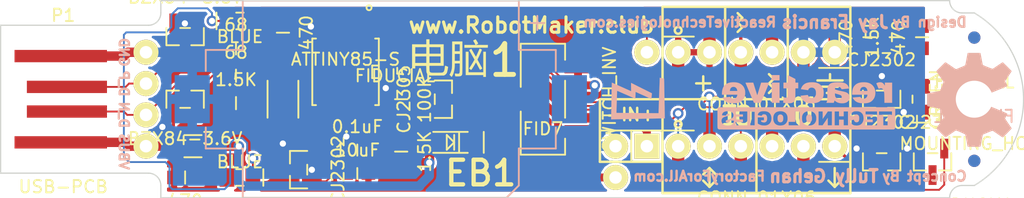
<source format=kicad_pcb>
(kicad_pcb (version 4) (host pcbnew "(2015-03-15 BZR 5517)-product")
  (title_block (title EB1) (rev P1) (company "Reactive Technologies"))
  (layers (0 F.Cu signal hide) (31 B.Cu signal hide) (34 B.Paste user hide) (35 F.Paste user hide) (36 B.SilkS user hide) (37 F.SilkS user hide) (38 B.Mask user hide) (39 F.Mask user hide) (44 Edge.Cuts user))
  (net 0 "")
  (net 1 GND)
  (net 2 "Net-(BT1-Pad1)")
  (net 3 VCC)
  (net 4 +5V)
  (net 5 /D_N)
  (net 6 /D_P)
  (net 7 "Net-(D4-PadA)")
  (net 8 "Net-(D5-PadC)")
  (net 9 "Net-(D5-PadA)")
  (net 10 "Net-(D6-PadA)")
  (net 11 /RESET_L)
  (net 12 /PB2)
  (net 13 /PB1)
  (net 14 /PB0)
  (net 15 /PB3)
  (net 16 /PB4)
  (net 17 /OUT0)
  (net 18 /OUT1)
  (net 19 /OUT2)
  (net 20 "Net-(P4-Pad1)")
  (net 21 "Net-(Q1-PadD)")
  (net 22 "Net-(Q1-PadG)")
  (net 23 /VBUS)
  (net 24 /PU1)
  (net 25 /PU2)
  (module RT_Footprints:C_0603 (layer F.Cu) (at 147.94 99.1275 180)
    (fp_text reference C1)
    (fp_text value 0.1uF (at 0 1.9 180) (layer F.SilkS))
    (pad 1 smd rect (at -0.9 0 180) (size 1.1 1) (layers F.Cu F.Paste F.Mask) (net 3 VCC))
    (pad 2 smd rect (at 0.9 0 180) (size 1.1 1) (layers F.Cu F.Paste F.Mask) (net 1 GND))
  )
  (module RT_Footprints:C_0603 (layer F.Cu) (at 147.94 101.0325 180)
    (fp_text reference C2)
    (fp_text value 10uF (at 0 1.9 180) (layer F.SilkS))
    (pad 1 smd rect (at -0.9 0 180) (size 1.1 1) (layers F.Cu F.Paste F.Mask) (net 3 VCC))
    (pad 2 smd rect (at 0.9 0 180) (size 1.1 1) (layers F.Cu F.Paste F.Mask) (net 1 GND))
  )
  (module RT_Footprints:LED-0805 (layer F.Cu) (at 193.66 95 90)
    (fp_text reference D4)
    (fp_text value GREEN (at 0 1.27 90) (layer F.SilkS))
    (pad C smd rect (at -1.05 0 90) (size 1.2 1.5) (layers F.Cu F.Paste F.Mask) (net 1 GND))
    (pad A smd rect (at 1.05 0 90) (size 1.2 1.5) (layers F.Cu F.Paste F.Mask) (net 7 "Net-(D4-PadA)"))
  )
  (module RT_Footprints:LED-0805 (layer F.Cu) (at 138.415 101.35 180)
    (fp_text reference D5)
    (fp_text value BLUE (at 0 1.27 180) (layer F.SilkS))
    (pad C smd rect (at -1.05 0 180) (size 1.2 1.5) (layers F.Cu F.Paste F.Mask) (net 8 "Net-(D5-PadC)"))
    (pad A smd rect (at 1.05 0 180) (size 1.2 1.5) (layers F.Cu F.Paste F.Mask) (net 9 "Net-(D5-PadA)"))
  )
  (module RT_Footprints:LED-0805 (layer F.Cu) (at 138.415 88.65)
    (fp_text reference D6)
    (fp_text value BLUE (at 0 1.27) (layer F.SilkS))
    (pad C smd rect (at -1.05 0) (size 1.2 1.5) (layers F.Cu F.Paste F.Mask) (net 8 "Net-(D5-PadC)"))
    (pad A smd rect (at 1.05 0) (size 1.2 1.5) (layers F.Cu F.Paste F.Mask) (net 10 "Net-(D6-PadA)"))
  )
  (module RT_Footprints:Fuse_SMD1206 (layer F.Cu) (at 134.605 98.81)
    (fp_text reference F1)
    (fp_text value FUSE hide)
    (pad 1 smd rect (at -1.65 0) (size 1.4 1.9) (layers F.Cu F.Paste F.Mask) (net 23 /VBUS))
    (pad 2 smd rect (at 1.65 0) (size 1.4 1.9) (layers F.Cu F.Paste F.Mask) (net 4 +5V))
  )
  (module RT_Footprints:Pin_Header_Straight_1x02 (layer F.Cu) (at 170.165 98.81 180)
    (fp_text reference P4)
    (fp_text value CONN_01X02 hide)
    (pad 1 thru_hole rect (at -1.27 0 180) (size 2.032 2.032) (drill 1.016) (layers *.Cu *.Mask F.SilkS) (net 20 "Net-(P4-Pad1)"))
    (pad 2 thru_hole oval (at 1.27 0 180) (size 2.032 2.032) (drill 1.016) (layers *.Cu *.Mask F.SilkS) (net 1 GND))
  )
  (module RT_Footprints:R_0603 (layer F.Cu) (at 151.5 99.25 90)
    (fp_text reference R1)
    (fp_text value 1.5K (at 0 1.9 90) (layer F.SilkS))
    (pad 1 smd rect (at -0.9 0 90) (size 1.1 1.1) (layers F.Cu F.Paste F.Mask) (net 4 +5V))
    (pad 2 smd rect (at 0.9 0 90) (size 1.1 1.1) (layers F.Cu F.Paste F.Mask) (net 22 "Net-(Q1-PadG)"))
  )
  (module RT_Footprints:R_0603 (layer F.Cu) (at 151.5 95 90)
    (fp_text reference R2)
    (fp_text value 100K (at 0 1.9 90) (layer F.SilkS))
    (pad 1 smd rect (at -0.9 0 90) (size 1.1 1.1) (layers F.Cu F.Paste F.Mask) (net 22 "Net-(Q1-PadG)"))
    (pad 2 smd rect (at 0.9 0 90) (size 1.1 1.1) (layers F.Cu F.Paste F.Mask) (net 1 GND))
  )
  (module RT_Footprints:R_0603 (layer F.Cu) (at 138.0975 95.3175 180)
    (fp_text reference R3)
    (fp_text value 1.5K (at 0 1.9 180) (layer F.SilkS))
    (pad 1 smd rect (at -0.9 0 180) (size 1.1 1.1) (layers F.Cu F.Paste F.Mask) (net 3 VCC))
    (pad 2 smd rect (at 0.9 0 180) (size 1.1 1.1) (layers F.Cu F.Paste F.Mask) (net 5 /D_N))
  )
  (module RT_Footprints:R_0603 (layer F.Cu) (at 138.0975 93.095 180)
    (fp_text reference R4)
    (fp_text value 68 (at 0 1.9 180) (layer F.SilkS))
    (pad 1 smd rect (at -0.9 0 180) (size 1.1 1.1) (layers F.Cu F.Paste F.Mask) (net 15 /PB3))
    (pad 2 smd rect (at 0.9 0 180) (size 1.1 1.1) (layers F.Cu F.Paste F.Mask) (net 5 /D_N))
  )
  (module RT_Footprints:R_0603 (layer F.Cu) (at 138.0975 90.8725 180)
    (fp_text reference R5)
    (fp_text value 68 (at 0 1.9 180) (layer F.SilkS))
    (pad 1 smd rect (at -0.9 0 180) (size 1.1 1.1) (layers F.Cu F.Paste F.Mask) (net 16 /PB4))
    (pad 2 smd rect (at 0.9 0 180) (size 1.1 1.1) (layers F.Cu F.Paste F.Mask) (net 6 /D_P))
  )
  (module RT_Footprints:R_0603 (layer F.Cu) (at 193.7616 89.9708 270)
    (fp_text reference R6)
    (fp_text value 470 (at 0 1.9 270) (layer F.SilkS))
    (pad 1 smd rect (at -0.9 0 270) (size 1.1 1.1) (layers F.Cu F.Paste F.Mask) (net 3 VCC))
    (pad 2 smd rect (at 0.9 0 270) (size 1.1 1.1) (layers F.Cu F.Paste F.Mask) (net 7 "Net-(D4-PadA)"))
  )
  (module RT_Footprints:R_0603 (layer F.Cu) (at 133.97 101.35)
    (fp_text reference R7)
    (fp_text value 470 (at 0 1.9) (layer F.SilkS))
    (pad 1 smd rect (at -0.9 0) (size 1.1 1.1) (layers F.Cu F.Paste F.Mask) (net 3 VCC))
    (pad 2 smd rect (at 0.9 0) (size 1.1 1.1) (layers F.Cu F.Paste F.Mask) (net 9 "Net-(D5-PadA)"))
  )
  (module RT_Footprints:R_0603 (layer F.Cu) (at 141.9075 89.6025 90)
    (fp_text reference R8)
    (fp_text value 470 (at 0 1.9 90) (layer F.SilkS))
    (pad 1 smd rect (at -0.9 0 90) (size 1.1 1.1) (layers F.Cu F.Paste F.Mask) (net 3 VCC))
    (pad 2 smd rect (at 0.9 0 90) (size 1.1 1.1) (layers F.Cu F.Paste F.Mask) (net 10 "Net-(D6-PadA)"))
  )
  (module RT_Footprints:R_0603 (layer F.Cu) (at 191.628 89.9708 270)
    (fp_text reference R9)
    (fp_text value 1.5K (at 0 1.9 270) (layer F.SilkS))
    (pad 1 smd rect (at -0.9 0 270) (size 1.1 1.1) (layers F.Cu F.Paste F.Mask) (net 3 VCC))
    (pad 2 smd rect (at 0.9 0 270) (size 1.1 1.1) (layers F.Cu F.Paste F.Mask) (net 24 /PU1))
  )
  (module RT_Footprints:R_0603 (layer F.Cu) (at 189.4944 89.9708 270)
    (fp_text reference R11)
    (fp_text value 470 (at 0 1.9 270) (layer F.SilkS))
    (pad 1 smd rect (at -0.9 0 270) (size 1.1 1.1) (layers F.Cu F.Paste F.Mask) (net 3 VCC))
    (pad 2 smd rect (at 0.9 0 270) (size 1.1 1.1) (layers F.Cu F.Paste F.Mask) (net 25 /PU2))
  )
  (module RT_Footprints:OMRON_B3U-1000P (layer F.Cu) (at 141.9075 95 90)
    (fp_text reference SW2)
    (fp_text value SW_PUSH hide)
    (pad 1 smd rect (at -2 0 90) (size 1.35 1.7) (layers F.Cu F.Paste F.Mask) (net 1 GND))
    (pad 2 smd rect (at 2 0 90) (size 1.35 1.7) (layers F.Cu F.Paste F.Mask) (net 11 /RESET_L))
  )
  (module RT_Footprints:TESTPOINT_TH (layer F.Cu) (at 130.795 98.81)
    (fp_text reference TP1)
    (fp_text value CONN_01X01 hide)
    (pad 1 thru_hole oval (at 0 0) (size 2.032 2.032) (drill 1.016) (layers *.Cu *.Mask F.SilkS) (net 23 /VBUS))
  )
  (module RT_Footprints:TESTPOINT_TH (layer F.Cu) (at 130.795 96.27)
    (fp_text reference TP2)
    (fp_text value CONN_01X01 hide)
    (pad 1 thru_hole oval (at 0 0) (size 2.032 2.032) (drill 1.016) (layers *.Cu *.Mask F.SilkS) (net 5 /D_N))
  )
  (module RT_Footprints:TESTPOINT_TH (layer F.Cu) (at 130.795 93.73)
    (fp_text reference TP3)
    (fp_text value CONN_01X01 hide)
    (pad 1 thru_hole oval (at 0 0) (size 2.032 2.032) (drill 1.016) (layers *.Cu *.Mask F.SilkS) (net 6 /D_P))
  )
  (module RT_Footprints:TESTPOINT_TH (layer F.Cu) (at 130.795 91.19)
    (fp_text reference TP4)
    (fp_text value CONN_01X01 hide)
    (pad 1 thru_hole oval (at 0 0) (size 2.032 2.032) (drill 1.016) (layers *.Cu *.Mask F.SilkS) (net 1 GND))
  )
  (module RT_Footprints:TESTPOINT_TH (layer F.Cu) (at 173.975 98.81)
    (fp_text reference TP5)
    (fp_text value CONN_01X01 hide)
    (pad 1 thru_hole oval (at 0 0) (size 2.032 2.032) (drill 1.016) (layers *.Cu *.Mask F.SilkS) (net 14 /PB0))
  )
  (module RT_Footprints:TESTPOINT_TH (layer F.Cu) (at 176.515 98.81)
    (fp_text reference TP6)
    (fp_text value CONN_01X01 hide)
    (pad 1 thru_hole oval (at 0 0) (size 2.032 2.032) (drill 1.016) (layers *.Cu *.Mask F.SilkS) (net 13 /PB1))
  )
  (module RT_Footprints:TESTPOINT_TH (layer F.Cu) (at 179.055 98.81)
    (fp_text reference TP7)
    (fp_text value CONN_01X01 hide)
    (pad 1 thru_hole oval (at 0 0) (size 2.032 2.032) (drill 1.016) (layers *.Cu *.Mask F.SilkS) (net 12 /PB2))
  )
  (module RT_Footprints:TESTPOINT_TH (layer F.Cu) (at 181.595 98.81)
    (fp_text reference TP8)
    (fp_text value CONN_01X01 hide)
    (pad 1 thru_hole oval (at 0 0) (size 2.032 2.032) (drill 1.016) (layers *.Cu *.Mask F.SilkS) (net 17 /OUT0))
  )
  (module RT_Footprints:TESTPOINT_TH (layer F.Cu) (at 184.135 98.81)
    (fp_text reference TP9)
    (fp_text value CONN_01X01 hide)
    (pad 1 thru_hole oval (at 0 0) (size 2.032 2.032) (drill 1.016) (layers *.Cu *.Mask F.SilkS) (net 18 /OUT1))
  )
  (module RT_Footprints:TESTPOINT_TH (layer F.Cu) (at 186.675 98.81)
    (fp_text reference TP10)
    (fp_text value CONN_01X01 hide)
    (pad 1 thru_hole oval (at 0 0) (size 2.032 2.032) (drill 1.016) (layers *.Cu *.Mask F.SilkS) (net 19 /OUT2))
  )
  (module RT_Footprints:TESTPOINT_TH (layer F.Cu) (at 173.975 91.19)
    (fp_text reference TP11)
    (fp_text value CONN_01X01 hide)
    (pad 1 thru_hole oval (at 0 0) (size 2.032 2.032) (drill 1.016) (layers *.Cu *.Mask F.SilkS) (net 3 VCC))
  )
  (module RT_Footprints:TESTPOINT_TH (layer F.Cu) (at 176.515 91.19)
    (fp_text reference TP12)
    (fp_text value CONN_01X01 hide)
    (pad 1 thru_hole oval (at 0 0) (size 2.032 2.032) (drill 1.016) (layers *.Cu *.Mask F.SilkS) (net 3 VCC))
  )
  (module RT_Footprints:TESTPOINT_TH (layer F.Cu) (at 179.055 91.19)
    (fp_text reference TP13)
    (fp_text value CONN_01X01 hide)
    (pad 1 thru_hole oval (at 0 0) (size 2.032 2.032) (drill 1.016) (layers *.Cu *.Mask F.SilkS) (net 24 /PU1))
  )
  (module RT_Footprints:TESTPOINT_TH (layer F.Cu) (at 181.595 91.19)
    (fp_text reference TP14)
    (fp_text value CONN_01X01 hide)
    (pad 1 thru_hole oval (at 0 0) (size 2.032 2.032) (drill 1.016) (layers *.Cu *.Mask F.SilkS) (net 25 /PU2))
  )
  (module RT_Footprints:TESTPOINT_TH (layer F.Cu) (at 184.135 91.19)
    (fp_text reference TP15)
    (fp_text value CONN_01X01 hide)
    (pad 1 thru_hole oval (at 0 0) (size 2.032 2.032) (drill 1.016) (layers *.Cu *.Mask F.SilkS) (net 1 GND))
  )
  (module RT_Footprints:TESTPOINT_TH (layer F.Cu) (at 186.675 91.19)
    (fp_text reference TP16)
    (fp_text value CONN_01X01 hide)
    (pad 1 thru_hole oval (at 0 0) (size 2.032 2.032) (drill 1.016) (layers *.Cu *.Mask F.SilkS) (net 1 GND))
  )
  (module RT_Footprints:TESTPOINT_TH (layer F.Cu) (at 171.435 91.19)
    (fp_text reference TP17)
    (fp_text value CONN_01X01 hide)
    (pad 1 thru_hole oval (at 0 0) (size 2.032 2.032) (drill 1.016) (layers *.Cu *.Mask F.SilkS) (net 11 /RESET_L))
  )
  (module RT_Footprints:TESTPOINT_TH (layer F.Cu) (at 168.895 101.35)
    (fp_text reference TP18)
    (fp_text value CONN_01X01 hide)
    (pad 1 thru_hole oval (at 0 0) (size 2.032 2.032) (drill 1.016) (layers *.Cu *.Mask F.SilkS) (net 21 "Net-(Q1-PadD)"))
  )
  (module RT_Footprints:FIDUCIAL_1MM_2MM (layer F.Cu) (at 151 89.5)
    (fp_text reference FID1 hide)
    (fp_text value FIDUCIAL (at 0 3.6) (layer F.SilkS))
    (pad ~ smd circle (at 0 0) (size 1 1) (layers F.Cu F.Mask) (clearance 0.5))
  )
  (module RT_Footprints:FIDUCIAL_1MM_2MM (layer F.Cu) (at 198 100)
    (fp_text reference FID2 hide)
    (fp_text value FIDUCIAL (at 0 3.6) (layer F.SilkS))
    (pad ~ smd circle (at 0 0) (size 1 1) (layers F.Cu F.Mask) (clearance 0.5))
  )
  (module RT_Footprints:FIDUCIAL_1MM_2MM (layer F.Cu) (at 198 90)
    (fp_text reference FID3 hide)
    (fp_text value FIDUCIAL (at 0 3.6) (layer F.SilkS))
    (pad ~ smd circle (at 0 0) (size 1 1) (layers F.Cu F.Mask) (clearance 0.5))
  )
  (module RT_Footprints:FIDUCIAL_1MM_2MM (layer B.Cu) (at 164.5 89.5)
    (fp_text reference FID4 hide)
    (fp_text value FIDUCIAL (at 0 -3.6) (layer B.SilkS) (effects (justify mirror)))
    (pad ~ smd circle (at 0 0) (size 1 1) (layers B.Cu B.Mask) (clearance 0.5))
  )
  (module RT_Footprints:FIDUCIAL_1MM_2MM (layer B.Cu) (at 198 100)
    (fp_text reference FID5 hide)
    (fp_text value FIDUCIAL (at 0 -3.6) (layer B.SilkS) (effects (justify mirror)))
    (pad ~ smd circle (at 0 0) (size 1 1) (layers B.Cu B.Mask) (clearance 0.5))
  )
  (module RT_Footprints:FIDUCIAL_1MM_2MM (layer B.Cu) (at 198 90)
    (fp_text reference FID6 hide)
    (fp_text value FIDUCIAL (at 0 -3.6) (layer B.SilkS) (effects (justify mirror)))
    (pad ~ smd circle (at 0 0) (size 1 1) (layers B.Cu B.Mask) (clearance 0.5))
  )
  (module RT_Footprints:HOLE_3MM_3-5MM_CLEAR (layer F.Cu) (at 198 95)
    (fp_text reference MTG1 hide)
    (fp_text value MOUNTING_HOLE (at 0 3.6) (layer F.SilkS))
    (pad "" np_thru_hole circle (at 0 0) (size 3 3) (drill 3) (layers *.Cu *.Mask) (clearance 0.25))
  )
  (module RT_Footprints:BS-6 (layer B.Cu) (at 149.845 95 180)
    (fp_text reference BT1)
    (fp_text value BATTERY (at 0 -11.6 180) (layer B.SilkS) (effects (justify mirror)))
    (fp_text user + (at -12.7 6.3 180) (layer B.SilkS) (effects (font (size 1.5 1.5)) (justify mirror)))
    (pad 1 smd rect (at -15.3 0 180) (size 2.85 3.9) (layers B.Cu B.Paste B.Mask) (net 2 "Net-(BT1-Pad1)"))
    (pad 2 smd rect (at 15.3 0 180) (size 2.85 3.9) (layers B.Cu B.Paste B.Mask) (net 1 GND))
  )
  (module RT_Footprints:MS12D17 (layer F.Cu) (at 163 95 90)
    (fp_text reference SW1)
    (fp_text value SWITCH_INV (at 0 5.4 90) (layer F.SilkS))
    (pad 2 smd rect (at 0 -2.85 90) (size 0.8 2.2) (layers F.Cu F.Paste F.Mask) (net 21 "Net-(Q1-PadD)"))
    (pad 3 smd rect (at 2.5 2.85 90) (size 0.8 2.2) (layers F.Cu F.Paste F.Mask) (net 2 "Net-(BT1-Pad1)"))
    (pad 1 smd rect (at -2.5 2.85 90) (size 0.8 2.2) (layers F.Cu F.Paste F.Mask) (net 20 "Net-(P4-Pad1)"))
  )
  (module RT_Footprints:SOT-23-GSD (layer F.Cu) (at 190.485 95 180)
    (fp_text reference Q3)
    (fp_text value CJ2302 (at 0 3.2 180) (layer F.SilkS))
    (pad D smd rect (at 0 -1.075 180) (size 0.65 1.6) (layers F.Cu F.Paste F.Mask) (net 17 /OUT0))
    (pad S smd rect (at 0.95 1.075 180) (size 0.65 1.6) (layers F.Cu F.Paste F.Mask) (net 1 GND))
    (pad G smd rect (at -0.95 1.075 180) (size 0.65 1.6) (layers F.Cu F.Paste F.Mask) (net 14 /PB0))
  )
  (module RT_Footprints:SOT-23-GSD (layer F.Cu) (at 190.485 100.08 180)
    (fp_text reference Q4)
    (fp_text value CJ2302 (at 0 3.2 180) (layer F.SilkS))
    (pad D smd rect (at 0 -1.075 180) (size 0.65 1.6) (layers F.Cu F.Paste F.Mask) (net 18 /OUT1))
    (pad S smd rect (at 0.95 1.075 180) (size 0.65 1.6) (layers F.Cu F.Paste F.Mask) (net 1 GND))
    (pad G smd rect (at -0.95 1.075 180) (size 0.65 1.6) (layers F.Cu F.Paste F.Mask) (net 13 /PB1))
  )
  (module RT_Footprints:SOT-23-GSD (layer F.Cu) (at 194.6125 100.08 180)
    (fp_text reference Q5)
    (fp_text value CJ2302 (at 0 3.2 180) (layer F.SilkS))
    (pad D smd rect (at 0 -1.075 180) (size 0.65 1.6) (layers F.Cu F.Paste F.Mask) (net 19 /OUT2))
    (pad S smd rect (at 0.95 1.075 180) (size 0.65 1.6) (layers F.Cu F.Paste F.Mask) (net 1 GND))
    (pad G smd rect (at -0.95 1.075 180) (size 0.65 1.6) (layers F.Cu F.Paste F.Mask) (net 12 /PB2))
  )
  (module RT_Footprints:SAMTEC_SSM-106 (layer F.Cu) (at 180.325 91.19)
    (fp_text reference P3)
    (fp_text value CONN_01X06 (at 0 4.2) (layer F.SilkS))
    (pad 1 smd rect (at -6.35 1.775) (size 1 1.9) (layers F.Cu F.Paste F.Mask) (net 3 VCC))
    (pad 2 smd rect (at -3.81 -1.775) (size 1 1.9) (layers F.Cu F.Paste F.Mask) (net 3 VCC))
    (pad 3 smd rect (at -1.27 1.775) (size 1 1.9) (layers F.Cu F.Paste F.Mask) (net 24 /PU1))
    (pad 4 smd rect (at 1.27 -1.775) (size 1 1.9) (layers F.Cu F.Paste F.Mask) (net 25 /PU2))
    (pad 5 smd rect (at 3.81 1.775) (size 1 1.9) (layers F.Cu F.Paste F.Mask) (net 1 GND))
    (pad 6 smd rect (at 6.35 -1.775) (size 1 1.9) (layers F.Cu F.Paste F.Mask) (net 1 GND))
  )
  (module RT_Footprints:SAMTEC_SSM-106 (layer F.Cu) (at 180.325 98.81)
    (fp_text reference P2)
    (fp_text value CONN_01X06 (at 0 4.2) (layer F.SilkS))
    (pad 1 smd rect (at -6.35 1.775) (size 1 1.9) (layers F.Cu F.Paste F.Mask) (net 14 /PB0))
    (pad 2 smd rect (at -3.81 -1.775) (size 1 1.9) (layers F.Cu F.Paste F.Mask) (net 13 /PB1))
    (pad 3 smd rect (at -1.27 1.775) (size 1 1.9) (layers F.Cu F.Paste F.Mask) (net 12 /PB2))
    (pad 4 smd rect (at 1.27 -1.775) (size 1 1.9) (layers F.Cu F.Paste F.Mask) (net 17 /OUT0))
    (pad 5 smd rect (at 3.81 1.775) (size 1 1.9) (layers F.Cu F.Paste F.Mask) (net 18 /OUT1))
    (pad 6 smd rect (at 6.35 -1.775) (size 1 1.9) (layers F.Cu F.Paste F.Mask) (net 19 /OUT2))
  )
  (module RT_Footprints:SOT-23-GSD (layer F.Cu) (at 154.925 95 270)
    (fp_text reference Q1)
    (fp_text value CJ2305 (at 0 3.2 270) (layer F.SilkS))
    (pad D smd rect (at 0 -1.075 270) (size 0.65 1.6) (layers F.Cu F.Paste F.Mask) (net 21 "Net-(Q1-PadD)"))
    (pad S smd rect (at 0.95 1.075 270) (size 0.65 1.6) (layers F.Cu F.Paste F.Mask) (net 3 VCC))
    (pad G smd rect (at -0.95 1.075 270) (size 0.65 1.6) (layers F.Cu F.Paste F.Mask) (net 22 "Net-(Q1-PadG)"))
  )
  (module RT_Footprints:SOIC-8-W (layer F.Cu) (at 146.9875 92.7775 180)
    (fp_text reference IC1)
    (fp_text value ATTINY85-S (at 0 1.016 180) (layer F.SilkS))
    (pad 8 smd rect (at -1.905 -3.675 180) (size 0.6 2) (layers F.Cu F.Paste F.Mask) (net 3 VCC))
    (pad 1 smd rect (at -1.905 3.675 180) (size 0.6 2) (layers F.Cu F.Paste F.Mask) (net 11 /RESET_L))
    (pad 7 smd rect (at -0.635 -3.675 180) (size 0.6 2) (layers F.Cu F.Paste F.Mask) (net 12 /PB2))
    (pad 6 smd rect (at 0.635 -3.675 180) (size 0.6 2) (layers F.Cu F.Paste F.Mask) (net 13 /PB1))
    (pad 5 smd rect (at 1.905 -3.675 180) (size 0.6 2) (layers F.Cu F.Paste F.Mask) (net 14 /PB0))
    (pad 2 smd rect (at -0.635 3.675 180) (size 0.6 2) (layers F.Cu F.Paste F.Mask) (net 15 /PB3))
    (pad 3 smd rect (at 0.635 3.675 180) (size 0.6 2) (layers F.Cu F.Paste F.Mask) (net 16 /PB4))
    (pad 4 smd rect (at 1.905 3.675 180) (size 0.6 2) (layers F.Cu F.Paste F.Mask) (net 1 GND))
  )
  (module RT_Footprints:SOT-23-GSD (layer F.Cu) (at 143.1775 100.715 90)
    (fp_text reference Q2)
    (fp_text value CJ2302 (at 0 3.2 90) (layer F.SilkS))
    (pad D smd rect (at 0 -1.075 90) (size 0.65 1.6) (layers F.Cu F.Paste F.Mask) (net 8 "Net-(D5-PadC)"))
    (pad S smd rect (at 0.95 1.075 90) (size 0.65 1.6) (layers F.Cu F.Paste F.Mask) (net 1 GND))
    (pad G smd rect (at -0.95 1.075 90) (size 0.65 1.6) (layers F.Cu F.Paste F.Mask) (net 13 /PB1))
  )
  (module RT_Footprints:SOT-23-AXC (layer F.Cu) (at 133.97 89.92 180)
    (fp_text reference D3)
    (fp_text value BZX84-3.6V (at 0 3.2 180) (layer F.SilkS))
    (pad C smd rect (at 0 -1.075 180) (size 0.65 1.6) (layers F.Cu F.Paste F.Mask) (net 6 /D_P))
    (pad X smd rect (at 0.95 1.075 180) (size 0.65 1.6) (layers F.Cu F.Paste F.Mask))
    (pad A smd rect (at -0.95 1.075 180) (size 0.65 1.6) (layers F.Cu F.Paste F.Mask) (net 1 GND))
  )
  (module RT_Footprints:SOT-23-AXC (layer F.Cu) (at 133.97 95)
    (fp_text reference D2)
    (fp_text value BZX84-3.6V (at 0 3.2) (layer F.SilkS))
    (pad C smd rect (at 0 -1.075) (size 0.65 1.6) (layers F.Cu F.Paste F.Mask) (net 5 /D_N))
    (pad X smd rect (at 0.95 1.075) (size 0.65 1.6) (layers F.Cu F.Paste F.Mask))
    (pad A smd rect (at -0.95 1.075) (size 0.65 1.6) (layers F.Cu F.Paste F.Mask) (net 1 GND))
  )
  (module RT_Footprints:SOD-123 (layer F.Cu) (at 155.5 98.5 180)
    (fp_text reference D1)
    (fp_text value B5817W hide)
    (pad C smd rect (at -1.7 0 180) (size 1.55 0.8) (layers F.Cu F.Paste F.Mask) (net 3 VCC))
    (pad A smd rect (at 1.7 0 180) (size 1.55 0.8) (layers F.Cu F.Paste F.Mask) (net 4 +5V))
  )
  (module RT_Footprints:FIDUCIAL_1MM_2MM (layer F.Cu) (at 163 101)
    (fp_text reference FID7 (at 0 -3.6) (layer F.SilkS))
    (fp_text value FIDUCIAL (at 0 3.6) (layer F.SilkS))
    (pad ~ smd circle (at 0 0) (size 1 1) (layers F.Cu F.Mask) (clearance 0.5))
  )
  (module RT_Footprints:Logo_Factory_For_All-0 (layer B.Cu) (at 170.65 95 180)
    (fp_text reference LOGO1 hide)
    (fp_text value "FACTORY FOR ALL" hide)
  )
  (module RT_Footprints:RT_F.SilkS_.6in (layer B.Cu) (at 184.375 95.25 180)
    (fp_text reference LOGO2 hide)
    (fp_text value "REACTIVE TECHNOLOGIES" hide)
  )
  (module RT_Footprints:osh-logo-no-name (layer B.Cu) (at 197.6 95 270)
    (fp_text reference LOGO3 hide)
    (fp_text value OSH hide)
  )
  (module RT_Footprints:EB-Logo (layer F.Cu) (at 155.675 91.9)
    (fp_text reference LOGO4 hide)
    (fp_text value EB1 hide)
  )
  (module RT_Footprints:USB-A-PCB (layer F.Cu) (at 124.08 95)
    (fp_text reference P1 (at 0 -6.8) (layer F.SilkS))
    (fp_text value USB-PCB (at 0 7.1) (layer F.SilkS))
    (pad GND smd rect (at -0.2 -3.5) (size 7.5 1) (layers F.Cu) (net 1 GND))
    (pad D_P smd rect (at 0.3 -1) (size 6.5 1) (layers F.Cu) (net 6 /D_P))
    (pad D_N smd rect (at 0.3 1) (size 6.5 1) (layers F.Cu) (net 5 /D_N))
    (pad VBUS smd rect (at -0.2 3.5) (size 7.5 1) (layers F.Cu) (net 23 /VBUS))
  )
  (gr_text GND (at 129 91.19 270) (layer B.SilkS) (effects (font (size 0.75 0.75) (thickness 0.1875)) (justify mirror)))
  (gr_text D_P (at 129 93.73 270) (layer B.SilkS) (effects (font (size 0.75 0.75) (thickness 0.1875)) (justify mirror)))
  (gr_text D_N (at 129 96.27 270) (layer B.SilkS) (effects (font (size 0.75 0.75) (thickness 0.1875)) (justify mirror)))
  (gr_text VBUS (at 129 99.25 270) (layer B.SilkS) (effects (font (size 0.75 0.75) (thickness 0.1875)) (justify mirror)))
  (gr_line (start 167.625 100.08) (end 172.65 100.08) (angle 90) (layer F.SilkS) (width 0.2))
  (gr_line (start 167.625 95) (end 167.625 100.08) (angle 90) (layer F.SilkS) (width 0.2))
  (gr_line (start 172.705 95) (end 167.625 95) (angle 90) (layer F.SilkS) (width 0.2))
  (gr_line (start 172.705 87.507) (end 172.705 102.62) (angle 90) (layer F.SilkS) (width 0.2))
  (gr_text 1 (at 159.9 91.85) (layer F.SilkS) (effects (font (size 2.5 2.5) (thickness 0.4))))
  (gr_text EB1 (at 157.95 101) (layer F.SilkS) (effects (font (size 2 2) (thickness 0.35))))
  (gr_text www.RobotMaker.club (at 162.075 89) (layer F.SilkS) (effects (font (size 1.25 1.25) (thickness 0.25))))
  (gr_text -IN+ (at 170.125 96.25) (layer F.SilkS) (effects (font (size 1 1) (thickness 0.2))))
  (gr_line (start 177.725 97.075) (end 178.55 97.075) (angle 90) (layer F.SilkS) (width 0.3))
  (gr_line (start 177.725 95.55) (end 178.55 95.55) (angle 90) (layer F.SilkS) (width 0.3))
  (gr_text "Concept By" (at 197.5 101.25) (layer B.SilkS) (effects (font (size 0.8 0.8) (thickness 0.2)) (justify left mirror)))
  (gr_text "Design By" (at 197.5 88.75) (layer B.SilkS) (effects (font (size 0.8 0.8) (thickness 0.2)) (justify left mirror)))
  (gr_text ReactiveTechnologies.com (at 174.1 88.75) (layer B.SilkS) (effects (font (size 0.8 0.8) (thickness 0.2)) (justify mirror)))
  (gr_text FactoryForAll.com (at 175.675 101.25) (layer B.SilkS) (effects (font (size 0.8 0.8) (thickness 0.2)) (justify mirror)))
  (gr_text "Jay Francis" (at 186.7 88.75) (layer B.SilkS) (effects (font (size 1 1) (thickness 0.25)) (justify mirror)))
  (gr_text "Tully Gehan" (at 185.8 101.25) (layer B.SilkS) (effects (font (size 1 1) (thickness 0.25)) (justify mirror)))
  (gr_line (start 197 102) (end 198 102) (angle 90) (layer Edge.Cuts) (width 0.1))
  (gr_line (start 197 88) (end 198 88) (angle 90) (layer Edge.Cuts) (width 0.1))
  (gr_arc (start 197 87) (end 196 87) (angle -90) (layer Edge.Cuts) (width 0.1))
  (gr_arc (start 197 103) (end 197 102) (angle -90) (layer Edge.Cuts) (width 0.1))
  (gr_arc (start 131 102) (end 131 101) (angle 90) (layer Edge.Cuts) (width 0.1))
  (gr_arc (start 131 88) (end 131 89) (angle -90) (layer Edge.Cuts) (width 0.1))
  (gr_text P2 (at 171.5 101.5) (layer F.Cu) (effects (font (size 0.762 0.762) (thickness 0.1905))))
  (gr_line (start 181.722 93.349) (end 181.341 92.968) (angle 90) (layer F.SilkS) (width 0.2))
  (gr_line (start 181.341 93.73) (end 181.722 93.349) (angle 90) (layer F.SilkS) (width 0.2))
  (gr_line (start 181.722 94.111) (end 181.341 93.73) (angle 90) (layer F.SilkS) (width 0.2))
  (gr_line (start 181.341 94.492) (end 181.722 94.111) (angle 90) (layer F.SilkS) (width 0.2))
  (gr_line (start 179.182 89.158) (end 178.801 89.539) (angle 90) (layer F.SilkS) (width 0.2))
  (gr_line (start 178.801 88.777) (end 179.182 89.158) (angle 90) (layer F.SilkS) (width 0.2))
  (gr_line (start 179.182 88.396) (end 178.801 88.777) (angle 90) (layer F.SilkS) (width 0.2))
  (gr_line (start 178.801 88.015) (end 179.182 88.396) (angle 90) (layer F.SilkS) (width 0.2))
  (gr_line (start 176.515 100.588) (end 176.007 101.096) (angle 90) (layer F.SilkS) (width 0.2))
  (gr_line (start 176.515 100.588) (end 177.023 101.096) (angle 90) (layer F.SilkS) (width 0.2))
  (gr_line (start 176.515 102.112) (end 176.007 101.604) (angle 90) (layer F.SilkS) (width 0.2))
  (gr_line (start 176.515 102.112) (end 177.023 101.604) (angle 90) (layer F.SilkS) (width 0.2))
  (gr_line (start 176.515 100.588) (end 176.515 102.112) (angle 90) (layer F.SilkS) (width 0.2))
  (gr_line (start 186.675 102.112) (end 187.183 101.604) (angle 90) (layer F.SilkS) (width 0.2))
  (gr_line (start 186.675 102.112) (end 186.167 101.604) (angle 90) (layer F.SilkS) (width 0.2))
  (gr_line (start 186.675 100.588) (end 186.675 102.112) (angle 90) (layer F.SilkS) (width 0.2))
  (gr_text O (at 184.135 96.397) (layer F.SilkS) (effects (font (size 1.5 1.5) (thickness 0.3))))
  (gr_text IO (at 178.928 96.397) (layer F.SilkS) (effects (font (size 1.5 1.5) (thickness 0.3))))
  (gr_line (start 186.294 93.476) (end 186.294 92.968) (angle 90) (layer F.SilkS) (width 0.2))
  (gr_line (start 186.04 94.492) (end 186.548 94.492) (angle 90) (layer F.SilkS) (width 0.2))
  (gr_line (start 185.659 93.984) (end 186.929 93.984) (angle 90) (layer F.SilkS) (width 0.2))
  (gr_line (start 185.278 93.476) (end 187.31 93.476) (angle 90) (layer F.SilkS) (width 0.2))
  (gr_text + (at 176.007 93.603) (layer F.SilkS) (effects (font (size 1.5 1.5) (thickness 0.2))))
  (gr_line (start 180.452 102.62) (end 180.579 102.62) (angle 90) (layer F.SilkS) (width 0.2))
  (gr_line (start 180.325 95) (end 180.325 102.62) (angle 90) (layer F.SilkS) (width 0.2))
  (gr_line (start 182.865 87.507) (end 182.865 95) (angle 90) (layer F.SilkS) (width 0.2))
  (gr_line (start 177.785 87.507) (end 177.785 95) (angle 90) (layer F.SilkS) (width 0.2))
  (gr_line (start 187.945 94.873) (end 187.945 94.746) (angle 90) (layer F.SilkS) (width 0.2))
  (gr_line (start 172.705 95) (end 187.945 95) (angle 90) (layer F.SilkS) (width 0.2))
  (gr_line (start 187.945 102.62) (end 172.705 102.62) (angle 90) (layer F.SilkS) (width 0.2))
  (gr_line (start 187.945 87.507) (end 187.945 102.62) (angle 90) (layer F.SilkS) (width 0.2))
  (gr_line (start 172.705 87.507) (end 187.945 87.507) (angle 90) (layer F.SilkS) (width 0.2))
  (gr_arc (start 193.87 95) (end 198 102) (angle -118.9) (layer Edge.Cuts) (width 0.1))
  (gr_line (start 131 89) (end 119 89) (layer Edge.Cuts) (width 0.1))
  (gr_line (start 132 88) (end 132 87) (layer Edge.Cuts) (width 0.1))
  (gr_line (start 196 87) (end 132 87) (layer Edge.Cuts) (width 0.1))
  (gr_line (start 132 103) (end 196 103) (layer Edge.Cuts) (width 0.1))
  (gr_line (start 132 102) (end 132 103) (layer Edge.Cuts) (width 0.1))
  (gr_line (start 119 101) (end 131 101) (layer Edge.Cuts) (width 0.1))
  (gr_line (start 119 89) (end 119 101) (layer Edge.Cuts) (width 0.1))
  (segment (start 124.88 91.5) (end 129.025 91.5) (width 0.762) (layer F.Cu) (net 1))
  (segment (start 129.335 91.19) (end 130.795 91.19) (width 0.762) (layer F.Cu) (net 1))
  (segment (start 129.025 91.5) (end 129.335 91.19) (width 0.762) (layer F.Cu) (net 1))
  (segment (start 184.135 92.965) (end 184.135 91.19) (width 0.635) (layer F.Cu) (net 1))
  (segment (start 186.675 89.415) (end 186.675 91.19) (width 0.635) (layer F.Cu) (net 1))
  (segment (start 192.555 99.005) (end 192.55 99) (width 0.254) (layer F.Cu) (net 1))
  (via (at 192.55 99) (size 0.8636) (layers F.Cu B.Cu) (net 1))
  (segment (start 193.6625 99.005) (end 192.555 99.005) (width 0.254) (layer F.Cu) (net 1))
  (via (at 192.275 96.05) (size 0.8636) (layers F.Cu B.Cu) (net 1))
  (segment (start 193.66 96.05) (end 192.275 96.05) (width 0.254) (layer F.Cu) (net 1))
  (segment (start 188.455 99.005) (end 188.45 99) (width 0.254) (layer F.Cu) (net 1))
  (via (at 188.45 99) (size 0.8636) (layers F.Cu B.Cu) (net 1))
  (segment (start 189.535 99.005) (end 188.455 99.005) (width 0.254) (layer F.Cu) (net 1))
  (segment (start 147.04 101.0325) (end 147.04 99.1275) (width 0.254) (layer F.Cu) (net 1))
  (segment (start 147.04 98.035) (end 147.05 98.025) (width 0.254) (layer F.Cu) (net 1))
  (via (at 147.05 98.025) (size 0.8636) (layers F.Cu B.Cu) (net 1))
  (segment (start 147.04 99.1275) (end 147.04 98.035) (width 0.254) (layer F.Cu) (net 1))
  (segment (start 144.2525 100.7225) (end 144.25 100.725) (width 0.254) (layer F.Cu) (net 1))
  (via (at 144.25 100.725) (size 0.8636) (layers F.Cu B.Cu) (net 1))
  (segment (start 144.2525 99.765) (end 144.2525 100.7225) (width 0.254) (layer F.Cu) (net 1))
  (segment (start 133.955 88.845) (end 133.95 88.85) (width 0.254) (layer F.Cu) (net 1))
  (via (at 133.95 88.85) (size 0.8636) (layers F.Cu B.Cu) (net 1))
  (segment (start 134.92 88.845) (end 133.955 88.845) (width 0.254) (layer F.Cu) (net 1))
  (segment (start 144.1775 89.1025) (end 144.175 89.1) (width 0.254) (layer F.Cu) (net 1))
  (via (at 144.175 89.1) (size 0.8636) (layers F.Cu B.Cu) (net 1))
  (segment (start 145.0825 89.1025) (end 144.1775 89.1025) (width 0.254) (layer F.Cu) (net 1))
  (segment (start 133.02 97.12) (end 132.89 97.25) (width 0.254) (layer F.Cu) (net 1))
  (segment (start 132.89 97.25) (end 132.125 97.25) (width 0.254) (layer F.Cu) (net 1))
  (via (at 132.125 97.25) (size 0.8636) (layers F.Cu B.Cu) (net 1))
  (segment (start 133.02 96.075) (end 133.02 97.12) (width 0.254) (layer F.Cu) (net 1))
  (via (at 150.25 94.1) (size 0.8636) (layers F.Cu B.Cu) (net 1))
  (segment (start 151.5 94.1) (end 150.25 94.1) (width 0.254) (layer F.Cu) (net 1))
  (segment (start 141.9075 98.5925) (end 141.9 98.6) (width 0.254) (layer F.Cu) (net 1))
  (via (at 141.9 98.6) (size 0.8636) (layers F.Cu B.Cu) (net 1))
  (segment (start 141.9075 97) (end 141.9075 98.5925) (width 0.254) (layer F.Cu) (net 1))
  (segment (start 150.25 94.1) (end 150.35 94.1) (width 0.254) (layer B.Cu) (net 1))
  (segment (start 190.5 93.725) (end 190.3 93.925) (width 0.254) (layer F.Cu) (net 1))
  (segment (start 190.3 93.925) (end 189.535 93.925) (width 0.254) (layer F.Cu) (net 1))
  (via (at 190.5 93.125) (size 0.8636) (layers F.Cu B.Cu) (net 1))
  (segment (start 190.5 93.125) (end 190.5 93.725) (width 0.254) (layer F.Cu) (net 1))
  (segment (start 165.85 93.5) (end 166.225 93.875) (width 0.635) (layer F.Cu) (net 2))
  (segment (start 166.225 93.875) (end 167.2 93.875) (width 0.635) (layer F.Cu) (net 2))
  (via (at 167.2 93.875) (size 0.8636) (layers F.Cu B.Cu) (net 2))
  (segment (start 165.85 92.5) (end 165.85 93.5) (width 0.635) (layer F.Cu) (net 2))
  (segment (start 167.2 93.875) (end 167.2 94.675) (width 0.635) (layer B.Cu) (net 2))
  (segment (start 167.2 94.675) (end 166.875 95) (width 0.635) (layer B.Cu) (net 2))
  (segment (start 166.875 95) (end 165.145 95) (width 0.635) (layer B.Cu) (net 2))
  (segment (start 173.975 92.965) (end 173.975 91.19) (width 0.635) (layer F.Cu) (net 3))
  (segment (start 176.515 89.415) (end 176.515 91.19) (width 0.635) (layer F.Cu) (net 3))
  (segment (start 136.255 98.81) (end 138.31 98.81) (width 0.762) (layer F.Cu) (net 4))
  (via (at 138.325 98.825) (size 0.8636) (layers F.Cu B.Cu) (net 4))
  (segment (start 138.31 98.81) (end 138.325 98.825) (width 0.762) (layer F.Cu) (net 4))
  (via (at 153.775 100.15) (size 0.8636) (layers F.Cu B.Cu) (net 4))
  (segment (start 153.775 100.15) (end 151.5 100.15) (width 0.762) (layer F.Cu) (net 4))
  (segment (start 153.8 100.125) (end 153.775 100.15) (width 0.762) (layer F.Cu) (net 4))
  (segment (start 153.8 98.5) (end 153.8 100.125) (width 0.762) (layer F.Cu) (net 4))
  (segment (start 138.325 98.825) (end 138.325 101.725) (width 0.762) (layer B.Cu) (net 4))
  (segment (start 138.325 101.725) (end 138.65 102.05) (width 0.762) (layer B.Cu) (net 4))
  (segment (start 138.325 101.725) (end 138.65 102.05) (width 0.762) (layer B.Cu) (net 4))
  (segment (start 153 102) (end 153.775 101.225) (width 0.762) (layer B.Cu) (net 4))
  (segment (start 153.775 101.225) (end 153.775 100.15) (width 0.762) (layer B.Cu) (net 4))
  (segment (start 138.65 102.05) (end 153 102.05) (width 0.762) (layer B.Cu) (net 4))
  (segment (start 153 102.05) (end 153 102) (width 0.762) (layer B.Cu) (net 4))
  (segment (start 129 96) (end 129.27 96.27) (width 0.1524) (layer F.Cu) (net 5))
  (segment (start 129.27 96.27) (end 130.795 96.27) (width 0.1524) (layer F.Cu) (net 5))
  (segment (start 125.38 96) (end 129 96) (width 0.1524) (layer F.Cu) (net 5))
  (segment (start 133.14 93.925) (end 130.795 96.27) (width 0.1524) (layer F.Cu) (net 5))
  (segment (start 133.97 93.925) (end 133.14 93.925) (width 0.1524) (layer F.Cu) (net 5))
  (segment (start 136.205 93.095) (end 135.375 93.925) (width 0.1524) (layer F.Cu) (net 5))
  (segment (start 135.375 93.925) (end 133.97 93.925) (width 0.1524) (layer F.Cu) (net 5))
  (segment (start 137.1975 93.095) (end 136.205 93.095) (width 0.1524) (layer F.Cu) (net 5))
  (segment (start 137.1975 93.095) (end 137.1975 95.3175) (width 0.1524) (layer F.Cu) (net 5))
  (segment (start 129.15 94) (end 129.42 93.73) (width 0.1524) (layer F.Cu) (net 6))
  (segment (start 129.42 93.73) (end 130.795 93.73) (width 0.1524) (layer F.Cu) (net 6))
  (segment (start 125.38 94) (end 129.15 94) (width 0.1524) (layer F.Cu) (net 6))
  (segment (start 133.53 90.995) (end 130.795 93.73) (width 0.1524) (layer F.Cu) (net 6))
  (segment (start 133.97 90.995) (end 133.53 90.995) (width 0.1524) (layer F.Cu) (net 6))
  (segment (start 137.075 90.995) (end 137.1975 90.8725) (width 0.1524) (layer F.Cu) (net 6))
  (segment (start 133.97 90.995) (end 137.075 90.995) (width 0.1524) (layer F.Cu) (net 6))
  (segment (start 193.7616 93.8484) (end 193.66 93.95) (width 0.254) (layer F.Cu) (net 7))
  (segment (start 193.7616 90.8708) (end 193.7616 93.8484) (width 0.254) (layer F.Cu) (net 7))
  (segment (start 139.465 101.35) (end 139.465 99.81) (width 0.1524) (layer F.Cu) (net 8))
  (via (at 139.475 99.8) (size 0.8636) (layers F.Cu B.Cu) (net 8))
  (segment (start 139.465 99.81) (end 139.475 99.8) (width 0.1524) (layer F.Cu) (net 8))
  (segment (start 136.15 88.65) (end 137.365 88.65) (width 0.1524) (layer F.Cu) (net 8))
  (via (at 136.15 88.65) (size 0.8636) (layers F.Cu B.Cu) (net 8))
  (segment (start 141.185 100.715) (end 140.55 101.35) (width 0.1524) (layer F.Cu) (net 8))
  (segment (start 140.55 101.35) (end 139.465 101.35) (width 0.1524) (layer F.Cu) (net 8))
  (segment (start 142.1025 100.715) (end 141.185 100.715) (width 0.1524) (layer F.Cu) (net 8))
  (segment (start 129 90.1) (end 129 89.775) (width 0.1524) (layer B.Cu) (net 8))
  (segment (start 129 99.675) (end 129 90.1) (width 0.1524) (layer B.Cu) (net 8))
  (segment (start 137.625 98.575) (end 137.625 101.575) (width 0.1524) (layer B.Cu) (net 8))
  (segment (start 138.05 98.15) (end 137.625 98.575) (width 0.1524) (layer B.Cu) (net 8))
  (segment (start 138.6 98.15) (end 138.05 98.15) (width 0.1524) (layer B.Cu) (net 8))
  (segment (start 139 98.55) (end 138.6 98.15) (width 0.1524) (layer B.Cu) (net 8))
  (segment (start 139 99.325) (end 139 98.55) (width 0.1524) (layer B.Cu) (net 8))
  (segment (start 139.475 99.8) (end 139 99.325) (width 0.1524) (layer B.Cu) (net 8))
  (segment (start 137.625 101.85) (end 137.175 102.3) (width 0.1524) (layer B.Cu) (net 8))
  (segment (start 137.175 102.3) (end 132.925 102.3) (width 0.1524) (layer B.Cu) (net 8))
  (segment (start 132.925 102.3) (end 132.7 102.075) (width 0.1524) (layer B.Cu) (net 8))
  (segment (start 132.7 102.075) (end 132.7 100.425) (width 0.1524) (layer B.Cu) (net 8))
  (segment (start 132.7 100.425) (end 132.375 100.1) (width 0.1524) (layer B.Cu) (net 8))
  (segment (start 132.375 100.1) (end 129.425 100.1) (width 0.1524) (layer B.Cu) (net 8))
  (segment (start 129.425 100.1) (end 129 99.675) (width 0.1524) (layer B.Cu) (net 8))
  (segment (start 137.625 101.575) (end 137.625 101.85) (width 0.1524) (layer B.Cu) (net 8))
  (segment (start 136.15 88.65) (end 136.15 88.175) (width 0.1524) (layer B.Cu) (net 8))
  (segment (start 136.15 88) (end 135.775 87.625) (width 0.1524) (layer B.Cu) (net 8))
  (segment (start 135.775 87.625) (end 133.375 87.625) (width 0.1524) (layer B.Cu) (net 8))
  (segment (start 136.15 88.175) (end 136.15 88) (width 0.1524) (layer B.Cu) (net 8))
  (segment (start 132.85 89.15) (end 132.85 88.15) (width 0.1524) (layer B.Cu) (net 8))
  (segment (start 132.85 88.15) (end 133.375 87.625) (width 0.1524) (layer B.Cu) (net 8))
  (segment (start 132.425 89.575) (end 132.85 89.15) (width 0.1524) (layer B.Cu) (net 8))
  (segment (start 129.2 89.575) (end 132.425 89.575) (width 0.1524) (layer B.Cu) (net 8))
  (segment (start 129 89.775) (end 129.2 89.575) (width 0.1524) (layer B.Cu) (net 8))
  (segment (start 134.87 101.35) (end 137.365 101.35) (width 0.1524) (layer F.Cu) (net 9))
  (segment (start 141.855 88.65) (end 141.9075 88.7025) (width 0.1524) (layer F.Cu) (net 10))
  (segment (start 139.465 88.65) (end 141.855 88.65) (width 0.1524) (layer F.Cu) (net 10))
  (segment (start 148.8925 89.1025) (end 148.8925 87.9575) (width 0.1524) (layer F.Cu) (net 11))
  (segment (start 170.8 87.725) (end 171.435 88.36) (width 0.1524) (layer F.Cu) (net 11))
  (segment (start 149.125 87.725) (end 170.8 87.725) (width 0.1524) (layer F.Cu) (net 11))
  (segment (start 148.8925 87.9575) (end 149.125 87.725) (width 0.1524) (layer F.Cu) (net 11))
  (segment (start 171.435 88.36) (end 171.435 91.19) (width 0.1524) (layer F.Cu) (net 11))
  (segment (start 143.125 93) (end 143.575 92.55) (width 0.1524) (layer F.Cu) (net 11))
  (segment (start 143.575 92.55) (end 147.125 92.55) (width 0.1524) (layer F.Cu) (net 11))
  (segment (start 147.125 92.55) (end 148.8925 90.7825) (width 0.1524) (layer F.Cu) (net 11))
  (segment (start 148.8925 90.7825) (end 148.8925 89.1025) (width 0.1524) (layer F.Cu) (net 11))
  (segment (start 141.9075 93) (end 143.125 93) (width 0.1524) (layer F.Cu) (net 11))
  (segment (start 179.055 100.585) (end 179.055 98.81) (width 0.1524) (layer F.Cu) (net 12))
  (segment (start 179.055 102.255) (end 179.15 102.35) (width 0.1524) (layer F.Cu) (net 12))
  (segment (start 179.15 102.35) (end 195.15 102.35) (width 0.1524) (layer F.Cu) (net 12))
  (segment (start 195.15 102.35) (end 195.5625 101.9375) (width 0.1524) (layer F.Cu) (net 12))
  (segment (start 195.5625 101.9375) (end 195.5625 99.005) (width 0.1524) (layer F.Cu) (net 12))
  (segment (start 179.055 100.585) (end 179.055 102.255) (width 0.1524) (layer F.Cu) (net 12))
  (segment (start 147.6225 96.4525) (end 147.6225 95.3775) (width 0.1524) (layer F.Cu) (net 12))
  (segment (start 175.925 95.65) (end 175.525 95.65) (width 0.1524) (layer F.Cu) (net 12))
  (segment (start 175.525 95.65) (end 175.075 96.1) (width 0.1524) (layer F.Cu) (net 12))
  (segment (start 175.925 95.65) (end 176.825 95.65) (width 0.1524) (layer F.Cu) (net 12))
  (segment (start 177.1 95.65) (end 179.055 97.605) (width 0.1524) (layer F.Cu) (net 12))
  (segment (start 179.055 97.605) (end 179.055 98.81) (width 0.1524) (layer F.Cu) (net 12))
  (segment (start 175.075 96.1) (end 175.075 96.65) (width 0.1524) (layer F.Cu) (net 12))
  (segment (start 175.075 96.65) (end 174.525 97.2) (width 0.1524) (layer F.Cu) (net 12))
  (segment (start 174.525 97.2) (end 173.125 97.2) (width 0.1524) (layer F.Cu) (net 12))
  (segment (start 176.825 95.65) (end 177.1 95.65) (width 0.1524) (layer F.Cu) (net 12))
  (segment (start 163.5625 93.2125) (end 166.2 95.85) (width 0.1524) (layer F.Cu) (net 12))
  (segment (start 166.2 95.85) (end 170.35 95.85) (width 0.1524) (layer F.Cu) (net 12))
  (segment (start 170.475 95.85) (end 171.825 97.2) (width 0.1524) (layer F.Cu) (net 12))
  (segment (start 171.825 97.2) (end 173.125 97.2) (width 0.1524) (layer F.Cu) (net 12))
  (segment (start 170.35 95.85) (end 170.475 95.85) (width 0.1524) (layer F.Cu) (net 12))
  (segment (start 150.275 93.2125) (end 163.5625 93.2125) (width 0.1524) (layer F.Cu) (net 12))
  (segment (start 150.1625 93.2125) (end 148.2 95.175) (width 0.1524) (layer F.Cu) (net 12))
  (segment (start 148.2 95.175) (end 147.825 95.175) (width 0.1524) (layer F.Cu) (net 12))
  (segment (start 147.825 95.175) (end 147.6225 95.3775) (width 0.1524) (layer F.Cu) (net 12))
  (segment (start 150.275 93.2125) (end 150.1625 93.2125) (width 0.1524) (layer F.Cu) (net 12))
  (segment (start 146.3525 98.1225) (end 145.75 98.725) (width 0.1524) (layer F.Cu) (net 13))
  (segment (start 145.75 98.725) (end 145.75 101.325) (width 0.1524) (layer F.Cu) (net 13))
  (segment (start 145.75 101.325) (end 145.41 101.665) (width 0.1524) (layer F.Cu) (net 13))
  (segment (start 145.41 101.665) (end 144.2525 101.665) (width 0.1524) (layer F.Cu) (net 13))
  (segment (start 146.3525 96.4525) (end 146.3525 98.1225) (width 0.1524) (layer F.Cu) (net 13))
  (segment (start 176.515 97.035) (end 176.515 98.81) (width 0.1524) (layer F.Cu) (net 13))
  (via (at 176.5 94.8) (size 0.8636) (layers F.Cu B.Cu) (net 13))
  (segment (start 146.3525 96.4525) (end 146.3525 95.1975) (width 0.1524) (layer F.Cu) (net 13))
  (segment (start 189.925 95.025) (end 191 95.025) (width 0.1524) (layer F.Cu) (net 13))
  (segment (start 191 95.025) (end 191.435 95.46) (width 0.1524) (layer F.Cu) (net 13))
  (segment (start 191.435 95.46) (end 191.435 99.005) (width 0.1524) (layer F.Cu) (net 13))
  (segment (start 177.125 94.8) (end 178.15 95.825) (width 0.1524) (layer F.Cu) (net 13))
  (segment (start 178.15 95.825) (end 185.5 95.825) (width 0.1524) (layer F.Cu) (net 13))
  (segment (start 185.5 95.825) (end 185.905602 95.419398) (width 0.1524) (layer F.Cu) (net 13))
  (segment (start 185.905602 95.419398) (end 189.530602 95.419398) (width 0.1524) (layer F.Cu) (net 13))
  (segment (start 189.530602 95.419398) (end 189.925 95.025) (width 0.1524) (layer F.Cu) (net 13))
  (segment (start 176.5 94.8) (end 177.125 94.8) (width 0.1524) (layer F.Cu) (net 13))
  (segment (start 174.820198 95.875) (end 174.820198 95.879802) (width 0.1524) (layer F.Cu) (net 13))
  (segment (start 174.395198 96.875) (end 173.325 96.875) (width 0.1524) (layer F.Cu) (net 13))
  (segment (start 174.696972 96.573226) (end 174.395198 96.875) (width 0.1524) (layer F.Cu) (net 13))
  (segment (start 174.696972 96.003028) (end 174.696972 96.573226) (width 0.1524) (layer F.Cu) (net 13))
  (segment (start 174.820198 95.879802) (end 174.696972 96.003028) (width 0.1524) (layer F.Cu) (net 13))
  (segment (start 175.475 95.345198) (end 175.35 95.345198) (width 0.1524) (layer F.Cu) (net 13))
  (segment (start 175.35 95.345198) (end 174.820198 95.875) (width 0.1524) (layer F.Cu) (net 13))
  (segment (start 175.954802 95.345198) (end 176.5 94.8) (width 0.1524) (layer F.Cu) (net 13))
  (segment (start 175.475 95.345198) (end 175.954802 95.345198) (width 0.1524) (layer F.Cu) (net 13))
  (segment (start 163.665528 92.884472) (end 166.326254 95.545198) (width 0.1524) (layer F.Cu) (net 13))
  (segment (start 166.326254 95.545198) (end 170.5 95.545198) (width 0.1524) (layer F.Cu) (net 13))
  (segment (start 150.3 92.884472) (end 163.665528 92.884472) (width 0.1524) (layer F.Cu) (net 13))
  (segment (start 170.601254 95.545198) (end 171.931056 96.875) (width 0.1524) (layer F.Cu) (net 13))
  (segment (start 171.931056 96.875) (end 173.325 96.875) (width 0.1524) (layer F.Cu) (net 13))
  (segment (start 170.5 95.545198) (end 170.601254 95.545198) (width 0.1524) (layer F.Cu) (net 13))
  (segment (start 149.684472 92.884472) (end 147.593944 94.975) (width 0.1524) (layer F.Cu) (net 13))
  (segment (start 147.593944 94.975) (end 146.575 94.975) (width 0.1524) (layer F.Cu) (net 13))
  (segment (start 146.575 94.975) (end 146.3525 95.1975) (width 0.1524) (layer F.Cu) (net 13))
  (segment (start 150.3 92.884472) (end 149.684472 92.884472) (width 0.1524) (layer F.Cu) (net 13))
  (segment (start 176.5 94.8) (end 176.515 94.815) (width 0.1524) (layer B.Cu) (net 13))
  (segment (start 176.515 94.815) (end 176.515 98.81) (width 0.1524) (layer B.Cu) (net 13))
  (segment (start 173.975 100.585) (end 173.975 98.81) (width 0.1524) (layer F.Cu) (net 14))
  (via (at 173.975 96.15) (size 0.8636) (layers F.Cu B.Cu) (net 14))
  (segment (start 145.0825 96.4525) (end 145.0825 95.425) (width 0.1524) (layer F.Cu) (net 14))
  (segment (start 145.075 95.425) (end 145.0825 95.425) (width 0.1524) (layer F.Cu) (net 14))
  (segment (start 147.46769 94.670198) (end 145.679802 94.670198) (width 0.1524) (layer F.Cu) (net 14))
  (segment (start 149.568944 92.568944) (end 147.46769 94.670198) (width 0.1524) (layer F.Cu) (net 14))
  (segment (start 170.375 95.240396) (end 170.727508 95.240396) (width 0.1524) (layer F.Cu) (net 14))
  (segment (start 173.554802 96.570198) (end 173.975 96.15) (width 0.1524) (layer F.Cu) (net 14))
  (segment (start 172.05731 96.570198) (end 173.554802 96.570198) (width 0.1524) (layer F.Cu) (net 14))
  (segment (start 170.727508 95.240396) (end 172.05731 96.570198) (width 0.1524) (layer F.Cu) (net 14))
  (segment (start 163.781056 92.568944) (end 166.452508 95.240396) (width 0.1524) (layer F.Cu) (net 14))
  (segment (start 166.452508 95.240396) (end 170.375 95.240396) (width 0.1524) (layer F.Cu) (net 14))
  (segment (start 150.4 92.568944) (end 163.781056 92.568944) (width 0.1524) (layer F.Cu) (net 14))
  (segment (start 150.4 92.568944) (end 149.568944 92.568944) (width 0.1524) (layer F.Cu) (net 14))
  (segment (start 145.075 96.445) (end 145.0825 96.4525) (width 0.1524) (layer F.Cu) (net 14))
  (segment (start 145.0825 95.2675) (end 145.679802 94.670198) (width 0.1524) (layer F.Cu) (net 14))
  (segment (start 145.0825 96.4525) (end 145.0825 95.2675) (width 0.1524) (layer F.Cu) (net 14))
  (segment (start 173.975 98.81) (end 173.975 96.15) (width 0.1524) (layer B.Cu) (net 14))
  (segment (start 178.7 95.520198) (end 178.295198 95.520198) (width 0.1524) (layer F.Cu) (net 14))
  (segment (start 178.295198 95.520198) (end 176.875 94.1) (width 0.1524) (layer F.Cu) (net 14))
  (segment (start 185.373746 95.520198) (end 178.7 95.520198) (width 0.1524) (layer F.Cu) (net 14))
  (segment (start 185.779348 95.114596) (end 185.373746 95.520198) (width 0.1524) (layer F.Cu) (net 14))
  (segment (start 187.25 95.114596) (end 185.779348 95.114596) (width 0.1524) (layer F.Cu) (net 14))
  (segment (start 174 96.15) (end 173.975 96.15) (width 0.1524) (layer F.Cu) (net 14))
  (segment (start 175.259604 95.040396) (end 176.2 94.1) (width 0.1524) (layer F.Cu) (net 14))
  (segment (start 175.109604 95.040396) (end 175.259604 95.040396) (width 0.1524) (layer F.Cu) (net 14))
  (segment (start 174 96.15) (end 175.109604 95.040396) (width 0.1524) (layer F.Cu) (net 14))
  (segment (start 176.2 94.1) (end 176.875 94.1) (width 0.1524) (layer F.Cu) (net 14))
  (segment (start 188.310404 95.114596) (end 188.85 94.575) (width 0.1524) (layer F.Cu) (net 14))
  (segment (start 188.85 94.575) (end 188.85 93.15) (width 0.1524) (layer F.Cu) (net 14))
  (segment (start 187.25 95.114596) (end 188.310404 95.114596) (width 0.1524) (layer F.Cu) (net 14))
  (segment (start 191.435 92.985) (end 190.9 92.45) (width 0.1524) (layer F.Cu) (net 14))
  (segment (start 190.9 92.45) (end 189.55 92.45) (width 0.1524) (layer F.Cu) (net 14))
  (segment (start 189.55 92.45) (end 188.85 93.15) (width 0.1524) (layer F.Cu) (net 14))
  (segment (start 191.435 93.925) (end 191.435 92.985) (width 0.1524) (layer F.Cu) (net 14))
  (segment (start 139.88 93.095) (end 140.9 92.075) (width 0.1524) (layer F.Cu) (net 15))
  (segment (start 140.9 92.075) (end 146.875 92.075) (width 0.1524) (layer F.Cu) (net 15))
  (segment (start 146.875 92.075) (end 147.6225 91.3275) (width 0.1524) (layer F.Cu) (net 15))
  (segment (start 147.6225 91.3275) (end 147.6225 89.1025) (width 0.1524) (layer F.Cu) (net 15))
  (segment (start 138.9975 93.095) (end 139.88 93.095) (width 0.1524) (layer F.Cu) (net 15))
  (segment (start 139.7525 90.8725) (end 140.650198 91.770198) (width 0.1524) (layer F.Cu) (net 16))
  (segment (start 140.650198 91.770198) (end 145.754802 91.770198) (width 0.1524) (layer F.Cu) (net 16))
  (segment (start 145.754802 91.770198) (end 146.3525 91.1725) (width 0.1524) (layer F.Cu) (net 16))
  (segment (start 146.3525 91.1725) (end 146.3525 89.1025) (width 0.1524) (layer F.Cu) (net 16))
  (segment (start 138.9975 90.8725) (end 139.7525 90.8725) (width 0.1524) (layer F.Cu) (net 16))
  (segment (start 181.595 97.035) (end 181.595 98.81) (width 0.635) (layer F.Cu) (net 17))
  (segment (start 190.485 96.075) (end 188.8 96.075) (width 0.254) (layer F.Cu) (net 17))
  (segment (start 187.6 96.075) (end 187.3 95.775) (width 0.254) (layer F.Cu) (net 17))
  (segment (start 187.3 95.775) (end 186.075 95.775) (width 0.254) (layer F.Cu) (net 17))
  (segment (start 186.075 95.775) (end 184.815 97.035) (width 0.254) (layer F.Cu) (net 17))
  (segment (start 184.815 97.035) (end 181.595 97.035) (width 0.254) (layer F.Cu) (net 17))
  (segment (start 188.8 96.075) (end 187.6 96.075) (width 0.254) (layer F.Cu) (net 17))
  (segment (start 184.135 98.81) (end 184.135 100.585) (width 0.635) (layer F.Cu) (net 18))
  (segment (start 185.58 101.155) (end 185.01 100.585) (width 0.254) (layer F.Cu) (net 18))
  (segment (start 185.01 100.585) (end 184.135 100.585) (width 0.254) (layer F.Cu) (net 18))
  (segment (start 190.485 101.155) (end 185.58 101.155) (width 0.254) (layer F.Cu) (net 18))
  (segment (start 186.675 97.035) (end 186.675 98.81) (width 0.635) (layer F.Cu) (net 19))
  (segment (start 192.03 101.155) (end 190.775 99.9) (width 0.254) (layer F.Cu) (net 19))
  (segment (start 190.775 99.9) (end 190.175 99.9) (width 0.254) (layer F.Cu) (net 19))
  (segment (start 190.175 99.9) (end 189.75 100.325) (width 0.254) (layer F.Cu) (net 19))
  (segment (start 189.75 100.325) (end 188.19 100.325) (width 0.254) (layer F.Cu) (net 19))
  (segment (start 188.19 100.325) (end 186.675 98.81) (width 0.254) (layer F.Cu) (net 19))
  (segment (start 194.6125 101.155) (end 192.03 101.155) (width 0.254) (layer F.Cu) (net 19))
  (segment (start 167.925 97.5) (end 168.4375 96.9875) (width 0.635) (layer F.Cu) (net 20))
  (segment (start 170.901348 97.048652) (end 171.435 97.582304) (width 0.635) (layer F.Cu) (net 20))
  (segment (start 171.435 97.582304) (end 171.435 98.81) (width 0.635) (layer F.Cu) (net 20))
  (segment (start 165.85 97.5) (end 167.925 97.5) (width 0.635) (layer F.Cu) (net 20))
  (segment (start 170.840196 96.9875) (end 170.901348 97.048652) (width 0.635) (layer F.Cu) (net 20))
  (segment (start 168.4375 96.9875) (end 170.840196 96.9875) (width 0.635) (layer F.Cu) (net 20))
  (segment (start 156 95) (end 160.15 95) (width 0.635) (layer F.Cu) (net 21))
  (segment (start 162.775 95) (end 164.225 96.45) (width 0.635) (layer F.Cu) (net 21))
  (segment (start 164.225 96.45) (end 164.225 100.1) (width 0.635) (layer F.Cu) (net 21))
  (segment (start 164.225 100.1) (end 165.475 101.35) (width 0.635) (layer F.Cu) (net 21))
  (segment (start 165.475 101.35) (end 168.895 101.35) (width 0.635) (layer F.Cu) (net 21))
  (segment (start 160.15 95) (end 162.775 95) (width 0.635) (layer F.Cu) (net 21))
  (segment (start 152.8 94.05) (end 152.525 94.325) (width 0.1524) (layer F.Cu) (net 22))
  (segment (start 152.525 94.325) (end 152.525 94.775) (width 0.1524) (layer F.Cu) (net 22))
  (segment (start 152.525 94.775) (end 152.3 95) (width 0.1524) (layer F.Cu) (net 22))
  (segment (start 152.3 95) (end 151.65 95) (width 0.1524) (layer F.Cu) (net 22))
  (segment (start 151.65 95) (end 151.5 95.15) (width 0.1524) (layer F.Cu) (net 22))
  (segment (start 151.5 95.15) (end 151.5 95.9) (width 0.1524) (layer F.Cu) (net 22))
  (segment (start 153.85 94.05) (end 152.8 94.05) (width 0.1524) (layer F.Cu) (net 22))
  (segment (start 151.5 95.9) (end 151.5 98.35) (width 0.1524) (layer F.Cu) (net 22))
  (segment (start 129.175 98.5) (end 129.485 98.81) (width 0.762) (layer F.Cu) (net 23))
  (segment (start 129.485 98.81) (end 130.795 98.81) (width 0.762) (layer F.Cu) (net 23))
  (segment (start 124.88 98.5) (end 129.175 98.5) (width 0.762) (layer F.Cu) (net 23))
  (segment (start 130.795 98.81) (end 132.955 98.81) (width 0.762) (layer F.Cu) (net 23))
  (segment (start 179.055 92.965) (end 179.055 91.19) (width 0.635) (layer F.Cu) (net 24))
  (segment (start 179.625 87.65) (end 179.055 88.22) (width 0.254) (layer F.Cu) (net 24))
  (segment (start 179.055 88.22) (end 179.055 91.19) (width 0.254) (layer F.Cu) (net 24))
  (segment (start 179.055 88.22) (end 179.055 91.19) (width 0.254) (layer F.Cu) (net 24))
  (segment (start 179.625 87.65) (end 179.055 88.22) (width 0.254) (layer F.Cu) (net 24))
  (segment (start 190.6708 90.8708) (end 190.325 90.525) (width 0.254) (layer F.Cu) (net 24))
  (segment (start 190.325 90.525) (end 190.325 90.175) (width 0.254) (layer F.Cu) (net 24))
  (segment (start 190.325 90.175) (end 190.1 89.95) (width 0.254) (layer F.Cu) (net 24))
  (segment (start 190.1 89.95) (end 188.356402 89.95) (width 0.254) (layer F.Cu) (net 24))
  (segment (start 188.356402 89.95) (end 188.075 89.668598) (width 0.254) (layer F.Cu) (net 24))
  (segment (start 188.075 89.668598) (end 188.075 88.27526) (width 0.254) (layer F.Cu) (net 24))
  (segment (start 188.075 88.27526) (end 187.44974 87.65) (width 0.254) (layer F.Cu) (net 24))
  (segment (start 187.44974 87.65) (end 179.625 87.65) (width 0.254) (layer F.Cu) (net 24))
  (segment (start 191.628 90.8708) (end 190.6708 90.8708) (width 0.254) (layer F.Cu) (net 24))
  (segment (start 181.595 89.415) (end 181.595 91.19) (width 0.635) (layer F.Cu) (net 25))
  (segment (start 181.768598 88.056402) (end 181.595 88.23) (width 0.254) (layer F.Cu) (net 25))
  (segment (start 181.595 88.23) (end 181.595 89.415) (width 0.254) (layer F.Cu) (net 25))
  (segment (start 181.595 88.23) (end 181.595 89.415) (width 0.254) (layer F.Cu) (net 25))
  (segment (start 181.768598 88.056402) (end 181.595 88.23) (width 0.254) (layer F.Cu) (net 25))
  (segment (start 188.4458 90.8708) (end 187.625 90.05) (width 0.254) (layer F.Cu) (net 25))
  (segment (start 187.625 90.05) (end 187.625 88.4) (width 0.254) (layer F.Cu) (net 25))
  (segment (start 187.625 88.4) (end 187.281402 88.056402) (width 0.254) (layer F.Cu) (net 25))
  (segment (start 187.281402 88.056402) (end 181.768598 88.056402) (width 0.254) (layer F.Cu) (net 25))
  (segment (start 189.4944 90.8708) (end 188.4458 90.8708) (width 0.254) (layer F.Cu) (net 25))
  (zone (net 1) (net_name GND) (layer B.Cu) (connect_pads (clearance 0.2032)) (min_thickness 0.2032) (fill yes (arc_segments 16) (thermal_gap 0.254) (thermal_bridge_width 0.762))
    (polygon (pts (xy 194 102.5) (xy 132.5 102.5) (xy 132.5 100.5) (xy 130 100.5) (xy 130 89.5) (xy 132.5 89.5) (xy 132.5 87.5) (xy 194 87.5)))
  )
  (zone (net 3) (net_name VCC) (layer F.Cu) (connect_pads (clearance 0.2032)) (min_thickness 0.2032) (fill yes (arc_segments 16) (thermal_gap 0.254) (thermal_bridge_width 0.508))
    (polygon (pts (xy 194 102.5) (xy 132.5 102.5) (xy 132.5 87.5) (xy 194 87.5)))
  )
)
</source>
